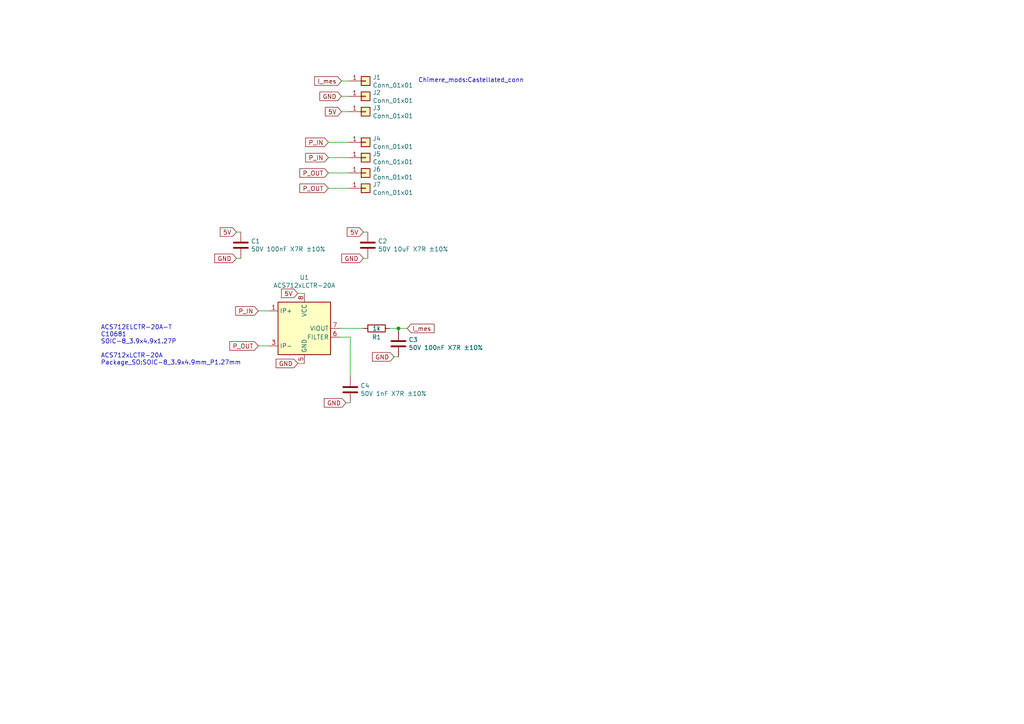
<source format=kicad_sch>
(kicad_sch (version 20211123) (generator eeschema)
  (paper "A4")
  (lib_symbols
    (symbol "Connector_Generic:Conn_01x01" (pin_names (offset 1.016) hide)
      (property "Reference" "J" (at 0 2.54 0))
      (property "Value" "Conn_01x01" (at 0 -2.54 0))
      (symbol "Conn_01x01_1_1"
        (rectangle (start -1.27 0.127) (end 0 -0.127) (stroke (width 0.1524)))
        (rectangle (start -1.27 1.27) (end 1.27 -1.27) (stroke (width 0.254)) (fill (type background)))
        (pin passive line (at -5.08 0 0) (length 3.81) (name "Pin_1") (number "1"))
      )
    )
    (symbol "Device:C" (pin_numbers hide) (pin_names (offset 0.254))
      (property "Reference" "C" (at 0.635 2.54 0))
      (property "Value" "C" (at 0.635 -2.54 0))
      (symbol "C_0_1"
        (polyline (pts (xy -2.032 -0.762) (xy 2.032 -0.762)) (stroke (width 0.508)))
        (polyline (pts (xy -2.032 0.762) (xy 2.032 0.762)) (stroke (width 0.508)))
      )
      (symbol "C_1_1"
        (pin passive line (at 0 3.81 270) (length 2.794) (name "~") (number "1"))
        (pin passive line (at 0 -3.81 90) (length 2.794) (name "~") (number "2"))
      )
    )
    (symbol "Device:R" (pin_numbers hide) (pin_names (offset 0))
      (property "Reference" "R" (at 2.032 0 90))
      (property "Value" "R" (at 0 0 90))
      (symbol "R_0_1"
        (rectangle (start -1.016 -2.54) (end 1.016 2.54) (stroke (width 0.254)))
      )
      (symbol "R_1_1"
        (pin passive line (at 0 3.81 270) (length 1.27) (name "~") (number "1"))
        (pin passive line (at 0 -3.81 90) (length 1.27) (name "~") (number "2"))
      )
    )
    (symbol "Sensor_Current:ACS712xLCTR-20A"
      (property "Reference" "U" (at 2.54 11.43 0))
      (property "Value" "ACS712xLCTR-20A" (at 2.54 8.89 0))
      (symbol "ACS712xLCTR-20A_0_1"
        (rectangle (start -7.62 7.62) (end 7.62 -7.62) (stroke (width 0.254)) (fill (type background)))
      )
      (symbol "ACS712xLCTR-20A_1_1"
        (pin passive line (at -10.16 5.08 0) (length 2.54) (name "IP+") (number "1"))
        (pin passive line (at -10.16 5.08 0) (length 2.54) hide (name "IP+") (number "2"))
        (pin passive line (at -10.16 -5.08 0) (length 2.54) (name "IP-") (number "3"))
        (pin passive line (at -10.16 -5.08 0) (length 2.54) hide (name "IP-") (number "4"))
        (pin power_in line (at 0 -10.16 90) (length 2.54) (name "GND") (number "5"))
        (pin passive line (at 10.16 -2.54 180) (length 2.54) (name "FILTER") (number "6"))
        (pin output line (at 10.16 0 180) (length 2.54) (name "VIOUT") (number "7"))
        (pin power_in line (at 0 10.16 270) (length 2.54) (name "VCC") (number "8"))
      )
    )
  )
  (junction (at 115.57 95.25))
  (wire (pts (xy 95.25 41.275) (xy 100.965 41.275)))
  (wire (pts (xy 86.36 105.41) (xy 88.265 105.41)))
  (wire (pts (xy 98.425 97.79) (xy 101.6 97.79)))
  (wire (pts (xy 68.58 67.31) (xy 69.85 67.31)))
  (wire (pts (xy 68.58 74.93) (xy 69.85 74.93)))
  (wire (pts (xy 105.41 74.93) (xy 106.68 74.93)))
  (wire (pts (xy 113.03 95.25) (xy 115.57 95.25)))
  (wire (pts (xy 99.06 32.385) (xy 100.965 32.385)))
  (wire (pts (xy 115.57 95.25) (xy 115.57 95.885)))
  (wire (pts (xy 100.33 116.84) (xy 101.6 116.84)))
  (wire (pts (xy 118.11 95.25) (xy 115.57 95.25)))
  (wire (pts (xy 95.25 54.61) (xy 100.965 54.61)))
  (wire (pts (xy 74.93 100.33) (xy 78.105 100.33)))
  (wire (pts (xy 86.36 85.09) (xy 88.265 85.09)))
  (wire (pts (xy 101.6 97.79) (xy 101.6 109.22)))
  (wire (pts (xy 114.3 103.505) (xy 115.57 103.505)))
  (wire (pts (xy 95.25 50.165) (xy 100.965 50.165)))
  (wire (pts (xy 95.25 45.72) (xy 100.965 45.72)))
  (wire (pts (xy 105.41 67.31) (xy 106.68 67.31)))
  (wire (pts (xy 74.93 90.17) (xy 78.105 90.17)))
  (wire (pts (xy 99.06 27.94) (xy 100.965 27.94)))
  (wire (pts (xy 99.06 23.495) (xy 100.965 23.495)))
  (wire (pts (xy 98.425 95.25) (xy 105.41 95.25)))
  (text "ACS712ELCTR-20A-T\nC10681\nSOIC-8_3.9x4.9x1.27P\n\nACS712xLCTR-20A\nPackage_SO:SOIC-8_3.9x4.9mm_P1.27mm\n" (at 29.21 106.045 0) (effects (font (size 1.27 1.27)) (justify left bottom)))
  (text "Chimere_mods:Castellated_conn" (at 121.285 24.13 0) (effects (font (size 1.27 1.27)) (justify left bottom)))
  (global_label "P_IN" (shape input) (at 74.93 90.17 180) (property "Intersheet References" "${INTERSHEET_REFS}" (effects hide)))
  (global_label "GND" (shape input) (at 114.3 103.505 180) (property "Intersheet References" "${INTERSHEET_REFS}" (effects hide)))
  (global_label "GND" (shape input) (at 99.06 27.94 180) (property "Intersheet References" "${INTERSHEET_REFS}" (effects hide)))
  (global_label "P_IN" (shape input) (at 95.25 45.72 180) (property "Intersheet References" "${INTERSHEET_REFS}" (effects hide)))
  (global_label "GND" (shape input) (at 105.41 74.93 180) (property "Intersheet References" "${INTERSHEET_REFS}" (effects hide)))
  (global_label "P_OUT" (shape input) (at 95.25 54.61 180) (property "Intersheet References" "${INTERSHEET_REFS}" (effects hide)))
  (global_label "P_OUT" (shape input) (at 95.25 50.165 180) (property "Intersheet References" "${INTERSHEET_REFS}" (effects hide)))
  (global_label "P_IN" (shape input) (at 95.25 41.275 180) (property "Intersheet References" "${INTERSHEET_REFS}" (effects hide)))
  (global_label "P_OUT" (shape input) (at 74.93 100.33 180) (property "Intersheet References" "${INTERSHEET_REFS}" (effects hide)))
  (global_label "GND" (shape input) (at 100.33 116.84 180) (property "Intersheet References" "${INTERSHEET_REFS}" (effects hide)))
  (global_label "GND" (shape input) (at 86.36 105.41 180) (property "Intersheet References" "${INTERSHEET_REFS}" (effects hide)))
  (global_label "I_mes" (shape input) (at 118.11 95.25 0) (property "Intersheet References" "${INTERSHEET_REFS}" (effects hide)))
  (global_label "5V" (shape input) (at 86.36 85.09 180) (property "Intersheet References" "${INTERSHEET_REFS}" (effects hide)))
  (global_label "5V" (shape input) (at 105.41 67.31 180) (property "Intersheet References" "${INTERSHEET_REFS}" (effects hide)))
  (global_label "5V" (shape input) (at 99.06 32.385 180) (property "Intersheet References" "${INTERSHEET_REFS}" (effects hide)))
  (global_label "5V" (shape input) (at 68.58 67.31 180) (property "Intersheet References" "${INTERSHEET_REFS}" (effects hide)))
  (global_label "I_mes" (shape input) (at 99.06 23.495 180) (property "Intersheet References" "${INTERSHEET_REFS}" (effects hide)))
  (global_label "GND" (shape input) (at 68.58 74.93 180) (property "Intersheet References" "${INTERSHEET_REFS}" (effects hide)))
  (symbol (lib_id "Connector_Generic:Conn_01x01") (at 106.045 32.385 0) (unit 1)
    (property "Reference" "J3" (at 108.077 31.3182 0) (effects (justify left)))
    (property "Value" "Conn_01x01" (at 108.077 33.6296 0) (effects (justify left)))
    (property "Footprint" "Chimere_mods:Castellated_conn" (effects hide))
  )
  (symbol (lib_id "Connector_Generic:Conn_01x01") (at 106.045 23.495 0) (unit 1)
    (property "Reference" "J1" (at 108.077 22.4282 0) (effects (justify left)))
    (property "Value" "Conn_01x01" (at 108.077 24.7396 0) (effects (justify left)))
    (property "Footprint" "Chimere_mods:Castellated_conn" (effects hide))
  )
  (symbol (lib_id "Device:R") (at 109.22 95.25 90) (unit 1)
    (property "Reference" "R1" (at 109.22 97.79 90))
    (property "Value" "1k" (at 109.22 95.25 90))
    (property "Footprint" "Resistor_SMD:R_0603_1608Metric" (effects hide))
  )
  (symbol (lib_id "Connector_Generic:Conn_01x01") (at 106.045 50.165 0) (unit 1)
    (property "Reference" "J6" (at 108.077 49.0982 0) (effects (justify left)))
    (property "Value" "Conn_01x01" (at 108.077 51.4096 0) (effects (justify left)))
    (property "Footprint" "Chimere_mods:Castellated_conn" (effects hide))
  )
  (symbol (lib_id "Connector_Generic:Conn_01x01") (at 106.045 27.94 0) (unit 1)
    (property "Reference" "J2" (at 108.077 26.8732 0) (effects (justify left)))
    (property "Value" "Conn_01x01" (at 108.077 29.1846 0) (effects (justify left)))
    (property "Footprint" "Chimere_mods:Castellated_conn" (effects hide))
  )
  (symbol (lib_id "Connector_Generic:Conn_01x01") (at 106.045 54.61 0) (unit 1)
    (property "Reference" "J7" (at 108.077 53.5432 0) (effects (justify left)))
    (property "Value" "Conn_01x01" (at 108.077 55.8546 0) (effects (justify left)))
    (property "Footprint" "Chimere_mods:Castellated_conn" (effects hide))
  )
  (symbol (lib_id "Device:C") (at 69.85 71.12 0) (unit 1)
    (property "Reference" "C1" (at 72.771 69.9516 0) (effects (justify left)))
    (property "Value" "50V 100nF X7R ±10%" (at 72.771 72.263 0) (effects (justify left)))
    (property "Footprint" "Capacitor_SMD:C_0603_1608Metric" (effects hide))
    (property "LCSC" "C14663" (effects hide))
  )
  (symbol (lib_id "Sensor_Current:ACS712xLCTR-20A") (at 88.265 95.25 0) (unit 1)
    (property "Reference" "U1" (at 88.265 80.4926 0))
    (property "Value" "ACS712xLCTR-20A" (at 88.265 82.804 0))
    (property "Footprint" "Package_SO:SOIC-8_3.9x4.9mm_P1.27mm" (effects hide))
    (property "Datasheet" "http://www.allegromicro.com/~/media/Files/Datasheets/ACS712-Datasheet.ashx?la=en" (effects hide))
    (property "LCSC" "C10681" (effects hide))
  )
  (symbol (lib_id "Device:C") (at 101.6 113.03 0) (unit 1)
    (property "Reference" "C4" (at 104.521 111.8616 0) (effects (justify left)))
    (property "Value" "50V 1nF X7R ±10%" (at 104.521 114.173 0) (effects (justify left)))
    (property "Footprint" "Capacitor_SMD:C_0603_1608Metric" (effects hide))
    (property "LCSC" "C1588" (effects hide))
  )
  (symbol (lib_id "Connector_Generic:Conn_01x01") (at 106.045 41.275 0) (unit 1)
    (property "Reference" "J4" (at 108.077 40.2082 0) (effects (justify left)))
    (property "Value" "Conn_01x01" (at 108.077 42.5196 0) (effects (justify left)))
    (property "Footprint" "Chimere_mods:Castellated_conn" (effects hide))
  )
  (symbol (lib_id "Connector_Generic:Conn_01x01") (at 106.045 45.72 0) (unit 1)
    (property "Reference" "J5" (at 108.077 44.6532 0) (effects (justify left)))
    (property "Value" "Conn_01x01" (at 108.077 46.9646 0) (effects (justify left)))
    (property "Footprint" "Chimere_mods:Castellated_conn" (effects hide))
  )
  (symbol (lib_id "Device:C") (at 106.68 71.12 0) (unit 1)
    (property "Reference" "C2" (at 109.601 69.9516 0) (effects (justify left)))
    (property "Value" "50V 10uF X7R ±10%" (at 109.601 72.263 0) (effects (justify left)))
    (property "Footprint" "Capacitor_SMD:C_1210_3225Metric" (effects hide))
    (property "LCSC" "C337485" (effects hide))
  )
  (symbol (lib_id "Device:C") (at 115.57 99.695 0) (unit 1)
    (property "Reference" "C3" (at 118.491 98.5266 0) (effects (justify left)))
    (property "Value" "50V 100nF X7R ±10%" (at 118.491 100.838 0) (effects (justify left)))
    (property "Footprint" "Capacitor_SMD:C_0603_1608Metric" (effects hide))
    (property "LCSC" "C14663" (effects hide))
  )
)
</source>
